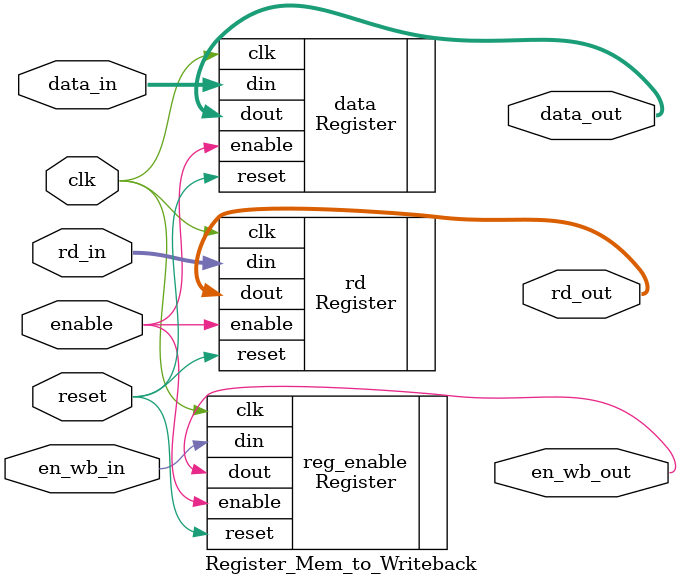
<source format=v>
`timescale 1ns / 1ps


module Register_Mem_to_Writeback(
        clk,
        enable,
        reset,
        rd_in,
        data_in,
        en_wb_in,
        rd_out,
        data_out,
        en_wb_out
    );
    
    parameter BITS_REG_SELECT = 5;
    parameter BITS_DATA = 32;
    
    input en_wb_in, clk, enable, reset;
    input [BITS_REG_SELECT-1:0] rd_in;
    input [BITS_DATA-1:0] data_in;
    output [BITS_DATA-1:0] data_out;
    output [BITS_REG_SELECT-1:0] rd_out;
    output en_wb_out;
    
     Register #(.BITS_SIZE(BITS_DATA)) data (
           .clk(clk),
           .reset(reset),
           .enable(enable),
           .din(data_in),
           .dout(data_out)
       );

     Register #(.BITS_SIZE(BITS_REG_SELECT)) rd (
           .clk(clk),
           .reset(reset),
           .enable(enable),
           .din(rd_in),
           .dout(rd_out)
       );

     Register #(.BITS_SIZE(1)) reg_enable (
           .clk(clk),
           .reset(reset),
           .enable(enable),
           .din(en_wb_in),
           .dout(en_wb_out)
       );
    
endmodule

</source>
